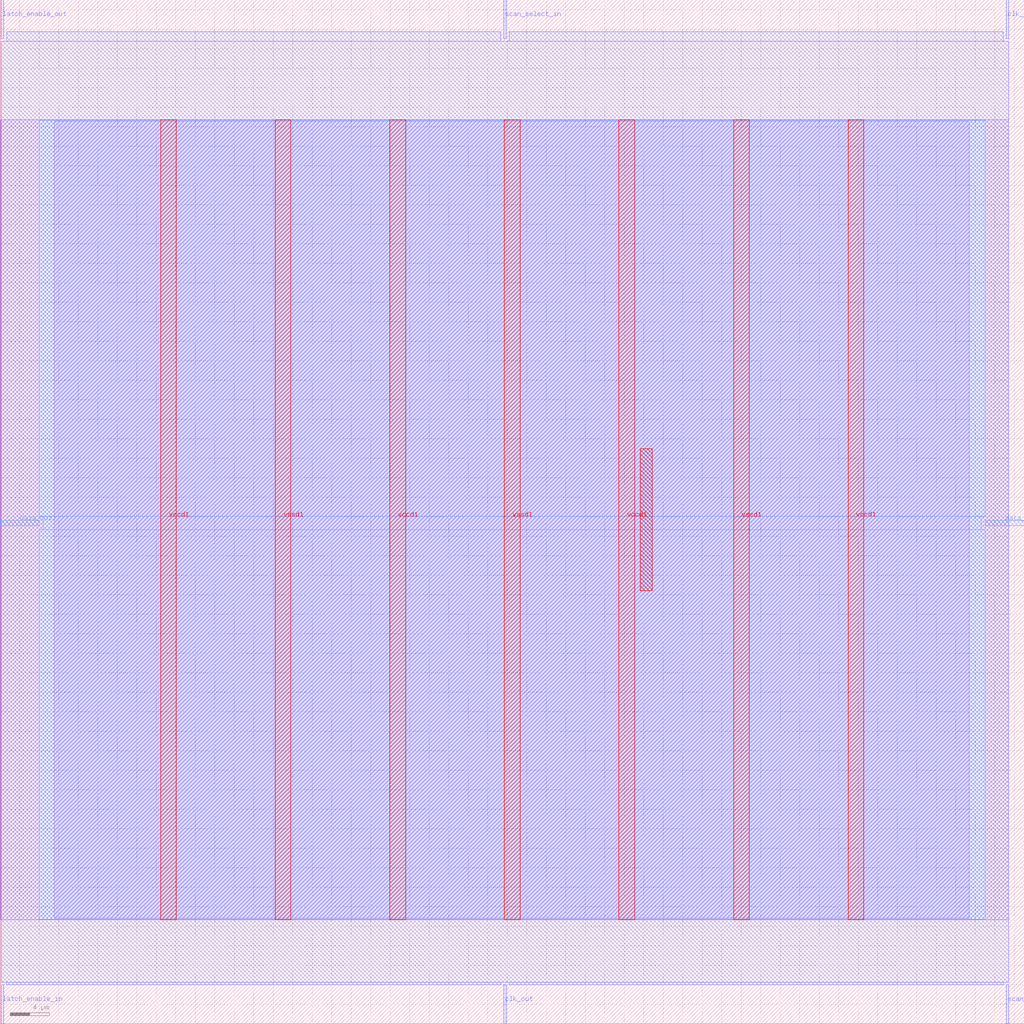
<source format=lef>
VERSION 5.7 ;
  NOWIREEXTENSIONATPIN ON ;
  DIVIDERCHAR "/" ;
  BUSBITCHARS "[]" ;
MACRO scan_wrapper_341464767397888596
  CLASS BLOCK ;
  FOREIGN scan_wrapper_341464767397888596 ;
  ORIGIN 0.000 0.000 ;
  SIZE 105.000 BY 105.000 ;
  PIN clk_in
    DIRECTION INPUT ;
    USE SIGNAL ;
    PORT
      LAYER met2 ;
        RECT 103.130 101.000 103.410 105.000 ;
    END
  END clk_in
  PIN clk_out
    DIRECTION OUTPUT TRISTATE ;
    USE SIGNAL ;
    PORT
      LAYER met2 ;
        RECT 51.610 0.000 51.890 4.000 ;
    END
  END clk_out
  PIN data_in
    DIRECTION INPUT ;
    USE SIGNAL ;
    PORT
      LAYER met3 ;
        RECT 101.000 51.040 105.000 51.640 ;
    END
  END data_in
  PIN data_out
    DIRECTION OUTPUT TRISTATE ;
    USE SIGNAL ;
    PORT
      LAYER met3 ;
        RECT 0.000 51.040 4.000 51.640 ;
    END
  END data_out
  PIN latch_enable_in
    DIRECTION INPUT ;
    USE SIGNAL ;
    PORT
      LAYER met2 ;
        RECT 0.090 0.000 0.370 4.000 ;
    END
  END latch_enable_in
  PIN latch_enable_out
    DIRECTION OUTPUT TRISTATE ;
    USE SIGNAL ;
    PORT
      LAYER met2 ;
        RECT 0.090 101.000 0.370 105.000 ;
    END
  END latch_enable_out
  PIN scan_select_in
    DIRECTION INPUT ;
    USE SIGNAL ;
    PORT
      LAYER met2 ;
        RECT 51.610 101.000 51.890 105.000 ;
    END
  END scan_select_in
  PIN scan_select_out
    DIRECTION OUTPUT TRISTATE ;
    USE SIGNAL ;
    PORT
      LAYER met2 ;
        RECT 103.130 0.000 103.410 4.000 ;
    END
  END scan_select_out
  PIN vccd1
    DIRECTION INOUT ;
    USE POWER ;
    PORT
      LAYER met4 ;
        RECT 16.465 10.640 18.065 92.720 ;
    END
    PORT
      LAYER met4 ;
        RECT 39.955 10.640 41.555 92.720 ;
    END
    PORT
      LAYER met4 ;
        RECT 63.445 10.640 65.045 92.720 ;
    END
    PORT
      LAYER met4 ;
        RECT 86.935 10.640 88.535 92.720 ;
    END
  END vccd1
  PIN vssd1
    DIRECTION INOUT ;
    USE GROUND ;
    PORT
      LAYER met4 ;
        RECT 28.210 10.640 29.810 92.720 ;
    END
    PORT
      LAYER met4 ;
        RECT 51.700 10.640 53.300 92.720 ;
    END
    PORT
      LAYER met4 ;
        RECT 75.190 10.640 76.790 92.720 ;
    END
  END vssd1
  OBS
      LAYER li1 ;
        RECT 5.520 10.795 99.360 92.565 ;
      LAYER met1 ;
        RECT 0.070 10.640 103.430 92.720 ;
      LAYER met2 ;
        RECT 0.650 100.720 51.330 101.730 ;
        RECT 52.170 100.720 102.850 101.730 ;
        RECT 0.100 4.280 103.400 100.720 ;
        RECT 0.650 4.000 51.330 4.280 ;
        RECT 52.170 4.000 102.850 4.280 ;
      LAYER met3 ;
        RECT 4.000 52.040 101.000 92.645 ;
        RECT 4.400 50.640 100.600 52.040 ;
        RECT 4.000 10.715 101.000 50.640 ;
      LAYER met4 ;
        RECT 65.615 44.375 66.865 58.985 ;
  END
END scan_wrapper_341464767397888596
END LIBRARY


</source>
